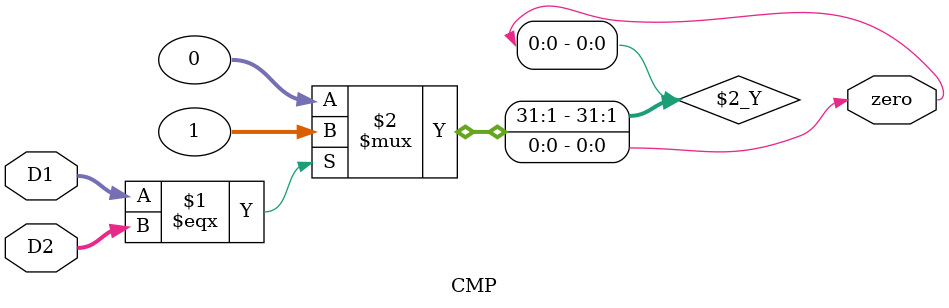
<source format=v>
`timescale 1ns / 1ps
module CMP(
    input [31:0] D1,
    input [31:0] D2,
    output zero
    );

	 assign zero = (D1 === D2)?1:0;

endmodule

</source>
